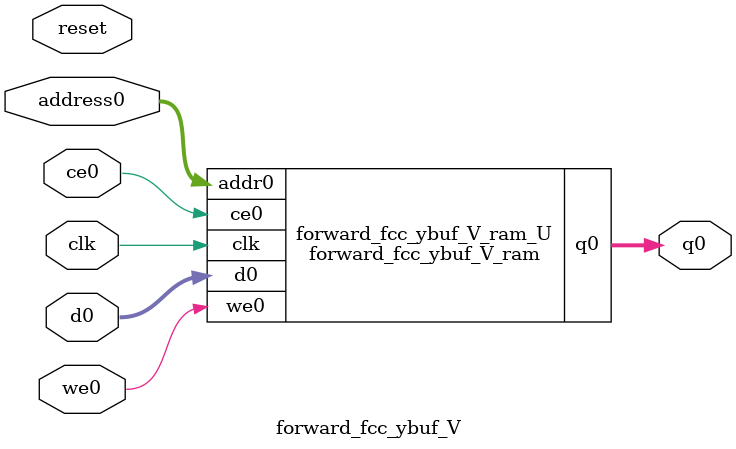
<source format=v>
`timescale 1 ns / 1 ps
module forward_fcc_ybuf_V_ram (addr0, ce0, d0, we0, q0,  clk);

parameter DWIDTH = 16;
parameter AWIDTH = 7;
parameter MEM_SIZE = 100;

input[AWIDTH-1:0] addr0;
input ce0;
input[DWIDTH-1:0] d0;
input we0;
output reg[DWIDTH-1:0] q0;
input clk;

reg [DWIDTH-1:0] ram[0:MEM_SIZE-1];




always @(posedge clk)  
begin 
    if (ce0) begin
        if (we0) 
            ram[addr0] <= d0; 
        q0 <= ram[addr0];
    end
end


endmodule

`timescale 1 ns / 1 ps
module forward_fcc_ybuf_V(
    reset,
    clk,
    address0,
    ce0,
    we0,
    d0,
    q0);

parameter DataWidth = 32'd16;
parameter AddressRange = 32'd100;
parameter AddressWidth = 32'd7;
input reset;
input clk;
input[AddressWidth - 1:0] address0;
input ce0;
input we0;
input[DataWidth - 1:0] d0;
output[DataWidth - 1:0] q0;



forward_fcc_ybuf_V_ram forward_fcc_ybuf_V_ram_U(
    .clk( clk ),
    .addr0( address0 ),
    .ce0( ce0 ),
    .we0( we0 ),
    .d0( d0 ),
    .q0( q0 ));

endmodule


</source>
